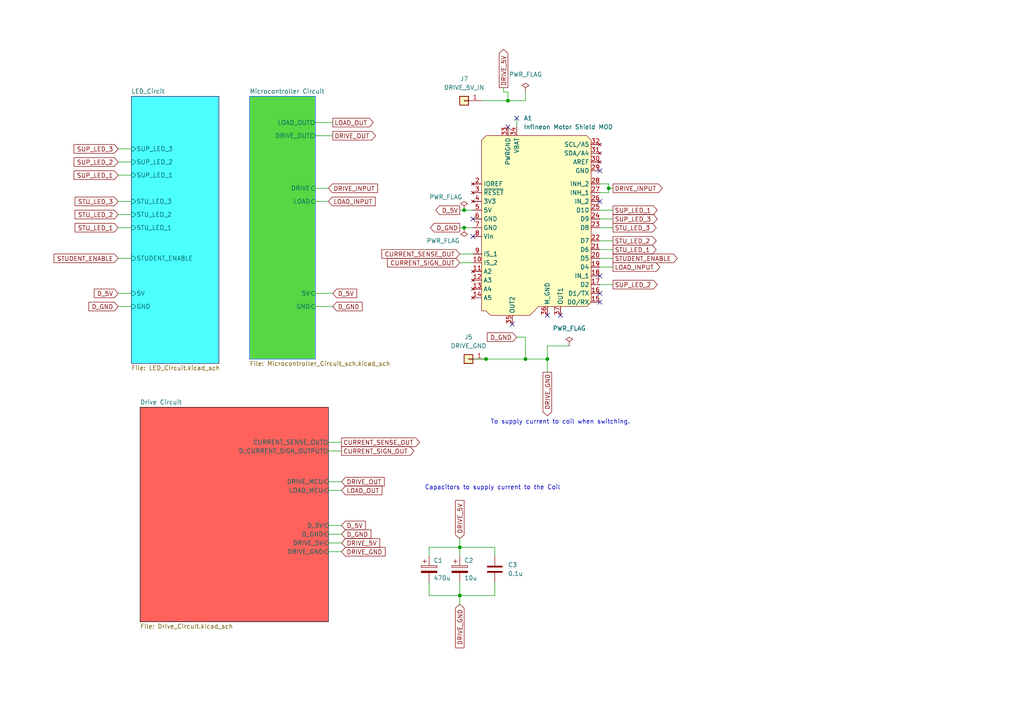
<source format=kicad_sch>
(kicad_sch (version 20211123) (generator eeschema)
  (paper "A4")
  (lib_symbols
    (symbol "000_Modules_Immo:Infineon Motor Shield MOD"
      (property "Reference" "A" (at 20.32 34.29 0))
      (property "Value" "Infineon Motor Shield MOD" (at 20.32 33.02 0))
      (symbol "Infineon Motor Shield MOD_0_1"
        (polyline (pts (xy -17.78 26.67) (xy -17.78 -22.86) (xy -16.51 -22.86) (xy -15.24 -24.13) (xy -3.81 -24.13) (xy -1.27 -21.59) (xy 12.7 -21.59) (xy 13.97 -20.32) (xy 13.97 26.67) (xy 12.7 27.94) (xy -16.51 27.94) (xy -17.78 26.67)) (fill (type background)))
      )
      (symbol "Infineon Motor Shield MOD_1_1"
        (pin no_connect line (at -20.32 16.51 0) (length 2.54) hide (name "NC") (number "1"))
        (pin input line (at -20.32 -8.89 0) (length 2.54) (name "IS_2") (number "10"))
        (pin no_connect line (at -20.32 -11.43 0) (length 2.54) (name "A2") (number "11"))
        (pin no_connect line (at -20.32 -13.97 0) (length 2.54) (name "A3") (number "12"))
        (pin no_connect line (at -20.32 -16.51 0) (length 2.54) (name "A4") (number "13"))
        (pin no_connect line (at -20.32 -19.05 0) (length 2.54) (name "A5") (number "14"))
        (pin bidirectional line (at 16.51 -20.32 180) (length 2.54) (name "D0/RX") (number "15"))
        (pin bidirectional line (at 16.51 -17.78 180) (length 2.54) (name "D1/TX") (number "16"))
        (pin bidirectional line (at 16.51 -15.24 180) (length 2.54) (name "D2") (number "17"))
        (pin bidirectional line (at 16.51 -12.7 180) (length 2.54) (name "IN_1") (number "18"))
        (pin bidirectional line (at 16.51 -10.16 180) (length 2.54) (name "D4") (number "19"))
        (pin no_connect line (at -20.32 13.97 0) (length 2.54) (name "IOREF") (number "2"))
        (pin bidirectional line (at 16.51 -7.62 180) (length 2.54) (name "D5") (number "20"))
        (pin bidirectional line (at 16.51 -5.08 180) (length 2.54) (name "D6") (number "21"))
        (pin bidirectional line (at 16.51 -2.54 180) (length 2.54) (name "D7") (number "22"))
        (pin bidirectional line (at 16.51 1.27 180) (length 2.54) (name "D8") (number "23"))
        (pin bidirectional line (at 16.51 3.81 180) (length 2.54) (name "D9") (number "24"))
        (pin bidirectional line (at 16.51 6.35 180) (length 2.54) (name "D10") (number "25"))
        (pin input line (at 16.51 8.89 180) (length 2.54) (name "IN_2") (number "26"))
        (pin input line (at 16.51 11.43 180) (length 2.54) (name "INH_1") (number "27"))
        (pin input line (at 16.51 13.97 180) (length 2.54) (name "INH_2") (number "28"))
        (pin power_in line (at 16.51 17.78 180) (length 2.54) (name "GND") (number "29"))
        (pin no_connect line (at -20.32 11.43 0) (length 2.54) (name "~{RESET}") (number "3"))
        (pin no_connect line (at 16.51 20.32 180) (length 2.54) (name "AREF") (number "30"))
        (pin no_connect line (at 16.51 22.86 180) (length 2.54) (name "SDA/A4") (number "31"))
        (pin no_connect line (at 16.51 25.4 180) (length 2.54) (name "SCL/A5") (number "32"))
        (pin power_in line (at -10.16 30.48 270) (length 2.54) (name "PWRGND") (number "33"))
        (pin power_in line (at -7.62 30.48 270) (length 2.54) (name "VBAT") (number "34"))
        (pin output line (at -8.89 -26.67 90) (length 2.54) (name "OUT2") (number "35"))
        (pin power_in line (at 1.27 -24.13 90) (length 2.54) (name "M_GND") (number "36"))
        (pin output line (at 5.08 -24.13 90) (length 2.54) (name "OUT1") (number "37"))
        (pin no_connect line (at -20.32 8.89 0) (length 2.54) (name "3V3") (number "4"))
        (pin input line (at -20.32 6.35 0) (length 2.54) (name "5V") (number "5"))
        (pin power_in line (at -20.32 3.81 0) (length 2.54) (name "GND") (number "6"))
        (pin power_in line (at -20.32 1.27 0) (length 2.54) (name "GND") (number "7"))
        (pin input line (at -20.32 -1.27 0) (length 2.54) (name "Vin") (number "8"))
        (pin input line (at -20.32 -6.35 0) (length 2.54) (name "IS_1") (number "9"))
      )
    )
    (symbol "Connector_Generic:Conn_01x01" (pin_names (offset 1.016) hide)
      (property "Reference" "J" (at 0 2.54 0))
      (property "Value" "Conn_01x01" (at 0 -2.54 0))
      (symbol "Conn_01x01_1_1"
        (rectangle (start -1.27 0.127) (end 0 -0.127) (stroke (width 0.1524)))
        (rectangle (start -1.27 1.27) (end 1.27 -1.27) (stroke (width 0.254)) (fill (type background)))
        (pin passive line (at -5.08 0 0) (length 3.81) (name "Pin_1") (number "1"))
      )
    )
    (symbol "Device:C" (pin_numbers hide) (pin_names (offset 0.254))
      (property "Reference" "C" (at 0.635 2.54 0))
      (property "Value" "C" (at 0.635 -2.54 0))
      (symbol "C_0_1"
        (polyline (pts (xy -2.032 -0.762) (xy 2.032 -0.762)) (stroke (width 0.508)))
        (polyline (pts (xy -2.032 0.762) (xy 2.032 0.762)) (stroke (width 0.508)))
      )
      (symbol "C_1_1"
        (pin passive line (at 0 3.81 270) (length 2.794) (name "~") (number "1"))
        (pin passive line (at 0 -3.81 90) (length 2.794) (name "~") (number "2"))
      )
    )
    (symbol "Device:C_Polarized" (pin_numbers hide) (pin_names (offset 0.254))
      (property "Reference" "C" (at 0.635 2.54 0))
      (property "Value" "C_Polarized" (at 0.635 -2.54 0))
      (symbol "C_Polarized_0_1"
        (rectangle (start -2.286 0.508) (end 2.286 1.016))
        (polyline (pts (xy -1.778 2.286) (xy -0.762 2.286)))
        (polyline (pts (xy -1.27 2.794) (xy -1.27 1.778)))
        (rectangle (start 2.286 -0.508) (end -2.286 -1.016) (fill (type outline)))
      )
      (symbol "C_Polarized_1_1"
        (pin passive line (at 0 3.81 270) (length 2.794) (name "~") (number "1"))
        (pin passive line (at 0 -3.81 90) (length 2.794) (name "~") (number "2"))
      )
    )
    (symbol "power:PWR_FLAG" (power) (pin_numbers hide) (pin_names (offset 0) hide)
      (property "Value" "PWR_FLAG" (at 0 3.81 0))
      (symbol "PWR_FLAG_0_0"
        (pin power_out line (at 0 0 90) (length 0) (name "pwr") (number "1"))
      )
      (symbol "PWR_FLAG_0_1"
        (polyline (pts (xy 0 0) (xy 0 1.27) (xy -1.016 1.905) (xy 0 2.54) (xy 1.016 1.905) (xy 0 1.27)))
      )
    )
  )
  (junction (at 176.53 54.61))
  (junction (at 158.75 104.14))
  (junction (at 147.32 29.21))
  (junction (at 134.62 66.04))
  (junction (at 140.97 104.14))
  (junction (at 134.62 60.96))
  (junction (at 133.35 172.72))
  (junction (at 133.35 158.75))
  (junction (at 152.4 104.14))
  (no_connect (at 173.99 58.42))
  (no_connect (at 137.16 63.5))
  (no_connect (at 173.99 49.53))
  (no_connect (at 137.16 68.58))
  (no_connect (at 173.99 85.09))
  (no_connect (at 173.99 87.63))
  (no_connect (at 173.99 80.01))
  (no_connect (at 158.75 91.44))
  (no_connect (at 149.86 34.29))
  (no_connect (at 162.56 91.44))
  (no_connect (at 148.59 93.98))
  (no_connect (at 147.32 36.83))
  (wire (pts (xy 158.75 100.33) (xy 165.1 100.33)))
  (wire (pts (xy 173.99 82.55) (xy 177.8 82.55)))
  (wire (pts (xy 91.44 88.9) (xy 96.52 88.9)))
  (wire (pts (xy 173.99 72.39) (xy 177.8 72.39)))
  (wire (pts (xy 152.4 104.14) (xy 158.75 104.14)))
  (wire (pts (xy 176.53 54.61) (xy 177.8 54.61)))
  (wire (pts (xy 140.97 104.14) (xy 152.4 104.14)))
  (wire (pts (xy 133.35 156.21) (xy 133.35 158.75)))
  (wire (pts (xy 143.51 161.29) (xy 143.51 158.75)))
  (wire (pts (xy 95.25 128.27) (xy 99.06 128.27)))
  (wire (pts (xy 152.4 97.79) (xy 152.4 104.14)))
  (wire (pts (xy 152.4 26.67) (xy 152.4 29.21)))
  (wire (pts (xy 173.99 60.96) (xy 177.8 60.96)))
  (wire (pts (xy 173.99 53.34) (xy 176.53 53.34)))
  (wire (pts (xy 173.99 77.47) (xy 177.8 77.47)))
  (wire (pts (xy 91.44 39.37) (xy 96.52 39.37)))
  (wire (pts (xy 95.25 154.94) (xy 99.06 154.94)))
  (wire (pts (xy 91.44 54.61) (xy 95.25 54.61)))
  (wire (pts (xy 143.51 168.91) (xy 143.51 172.72)))
  (wire (pts (xy 176.53 53.34) (xy 176.53 54.61)))
  (wire (pts (xy 173.99 69.85) (xy 177.8 69.85)))
  (wire (pts (xy 133.35 66.04) (xy 134.62 66.04)))
  (wire (pts (xy 95.25 157.48) (xy 99.06 157.48)))
  (wire (pts (xy 176.53 54.61) (xy 176.53 55.88)))
  (wire (pts (xy 133.35 73.66) (xy 137.16 73.66)))
  (wire (pts (xy 124.46 158.75) (xy 133.35 158.75)))
  (wire (pts (xy 147.32 29.21) (xy 152.4 29.21)))
  (wire (pts (xy 146.05 25.4) (xy 146.05 26.67)))
  (wire (pts (xy 34.29 46.99) (xy 38.1 46.99)))
  (wire (pts (xy 173.99 63.5) (xy 177.8 63.5)))
  (wire (pts (xy 134.62 60.96) (xy 137.16 60.96)))
  (wire (pts (xy 139.7 29.21) (xy 147.32 29.21)))
  (wire (pts (xy 124.46 172.72) (xy 133.35 172.72)))
  (wire (pts (xy 95.25 142.24) (xy 99.06 142.24)))
  (wire (pts (xy 133.35 172.72) (xy 133.35 175.26)))
  (wire (pts (xy 133.35 158.75) (xy 133.35 161.29)))
  (wire (pts (xy 133.35 172.72) (xy 143.51 172.72)))
  (wire (pts (xy 133.35 76.2) (xy 137.16 76.2)))
  (wire (pts (xy 134.62 66.04) (xy 137.16 66.04)))
  (wire (pts (xy 149.86 34.29) (xy 149.86 36.83)))
  (wire (pts (xy 173.99 55.88) (xy 176.53 55.88)))
  (wire (pts (xy 143.51 158.75) (xy 133.35 158.75)))
  (wire (pts (xy 158.75 104.14) (xy 158.75 107.95)))
  (wire (pts (xy 34.29 50.8) (xy 38.1 50.8)))
  (wire (pts (xy 124.46 168.91) (xy 124.46 172.72)))
  (wire (pts (xy 34.29 43.18) (xy 38.1 43.18)))
  (wire (pts (xy 149.86 97.79) (xy 152.4 97.79)))
  (wire (pts (xy 95.25 139.7) (xy 99.06 139.7)))
  (wire (pts (xy 147.32 26.67) (xy 147.32 29.21)))
  (wire (pts (xy 173.99 66.04) (xy 177.8 66.04)))
  (wire (pts (xy 133.35 168.91) (xy 133.35 172.72)))
  (wire (pts (xy 34.29 66.04) (xy 38.1 66.04)))
  (wire (pts (xy 133.35 60.96) (xy 134.62 60.96)))
  (wire (pts (xy 34.29 74.93) (xy 38.1 74.93)))
  (wire (pts (xy 95.25 160.02) (xy 99.06 160.02)))
  (wire (pts (xy 95.25 130.81) (xy 99.06 130.81)))
  (wire (pts (xy 137.16 104.14) (xy 140.97 104.14)))
  (wire (pts (xy 34.29 62.23) (xy 38.1 62.23)))
  (wire (pts (xy 173.99 74.93) (xy 177.8 74.93)))
  (wire (pts (xy 124.46 161.29) (xy 124.46 158.75)))
  (wire (pts (xy 91.44 58.42) (xy 95.25 58.42)))
  (wire (pts (xy 34.29 58.42) (xy 38.1 58.42)))
  (wire (pts (xy 146.05 26.67) (xy 147.32 26.67)))
  (wire (pts (xy 91.44 35.56) (xy 96.52 35.56)))
  (wire (pts (xy 95.25 152.4) (xy 99.06 152.4)))
  (wire (pts (xy 91.44 85.09) (xy 96.52 85.09)))
  (wire (pts (xy 34.29 88.9) (xy 38.1 88.9)))
  (wire (pts (xy 158.75 100.33) (xy 158.75 104.14)))
  (wire (pts (xy 34.29 85.09) (xy 38.1 85.09)))
  (text "Capacitors to supply current to the Coil" (at 162.56 142.24 180) (effects (font (size 1.27 1.27)) (justify right bottom)))
  (text "To supply current to coil when switching." (at 142.24 123.19 0) (effects (font (size 1.27 1.27)) (justify left bottom)))
  (global_label "LOAD_OUT" (shape output) (at 96.52 35.56 0) (property "Intersheet References" "${INTERSHEET_REFS}" (effects hide)))
  (global_label "DRIVE_GND" (shape output) (at 158.75 107.95 270) (property "Intersheet References" "${INTERSHEET_REFS}" (effects hide)))
  (global_label "D_GND" (shape input) (at 149.86 97.79 180) (property "Intersheet References" "${INTERSHEET_REFS}" (effects hide)))
  (global_label "STU_LED_2" (shape output) (at 177.8 69.85 0) (property "Intersheet References" "${INTERSHEET_REFS}" (effects hide)))
  (global_label "CURRENT_SIGN_OUT" (shape output) (at 99.06 130.81 0) (property "Intersheet References" "${INTERSHEET_REFS}" (effects hide)))
  (global_label "CURRENT_SIGN_OUT" (shape input) (at 133.35 76.2 180) (property "Intersheet References" "${INTERSHEET_REFS}" (effects hide)))
  (global_label "DRIVE_5V" (shape output) (at 146.05 25.4 90) (property "Intersheet References" "${INTERSHEET_REFS}" (effects hide)))
  (global_label "D_GND" (shape input) (at 99.06 154.94 0) (property "Intersheet References" "${INTERSHEET_REFS}" (effects hide)))
  (global_label "LOAD_INPUT" (shape input) (at 95.25 58.42 0) (property "Intersheet References" "${INTERSHEET_REFS}" (effects hide)))
  (global_label "DRIVE_5V" (shape input) (at 99.06 157.48 0) (property "Intersheet References" "${INTERSHEET_REFS}" (effects hide)))
  (global_label "DRIVE_OUT" (shape input) (at 99.06 139.7 0) (property "Intersheet References" "${INTERSHEET_REFS}" (effects hide)))
  (global_label "SUP_LED_1" (shape output) (at 177.8 60.96 0) (property "Intersheet References" "${INTERSHEET_REFS}" (effects hide)))
  (global_label "CURRENT_SENSE_OUT" (shape output) (at 99.06 128.27 0) (property "Intersheet References" "${INTERSHEET_REFS}" (effects hide)))
  (global_label "D_5V" (shape input) (at 96.52 85.09 0) (property "Intersheet References" "${INTERSHEET_REFS}" (effects hide)))
  (global_label "STU_LED_3" (shape output) (at 177.8 66.04 0) (property "Intersheet References" "${INTERSHEET_REFS}" (effects hide)))
  (global_label "D_GND" (shape input) (at 96.52 88.9 0) (property "Intersheet References" "${INTERSHEET_REFS}" (effects hide)))
  (global_label "DRIVE_INPUT" (shape output) (at 177.8 54.61 0) (property "Intersheet References" "${INTERSHEET_REFS}" (effects hide)))
  (global_label "D_GND" (shape input) (at 34.29 88.9 180) (property "Intersheet References" "${INTERSHEET_REFS}" (effects hide)))
  (global_label "SUP_LED_3" (shape input) (at 34.29 43.18 180) (property "Intersheet References" "${INTERSHEET_REFS}" (effects hide)))
  (global_label "CURRENT_SENSE_OUT" (shape input) (at 133.35 73.66 180) (property "Intersheet References" "${INTERSHEET_REFS}" (effects hide)))
  (global_label "D_GND" (shape output) (at 133.35 66.04 180) (property "Intersheet References" "${INTERSHEET_REFS}" (effects hide)))
  (global_label "LOAD_INPUT" (shape output) (at 177.8 77.47 0) (property "Intersheet References" "${INTERSHEET_REFS}" (effects hide)))
  (global_label "SUP_LED_2" (shape output) (at 177.8 82.55 0) (property "Intersheet References" "${INTERSHEET_REFS}" (effects hide)))
  (global_label "D_5V" (shape output) (at 133.35 60.96 180) (property "Intersheet References" "${INTERSHEET_REFS}" (effects hide)))
  (global_label "SUP_LED_3" (shape output) (at 177.8 63.5 0) (property "Intersheet References" "${INTERSHEET_REFS}" (effects hide)))
  (global_label "DRIVE_OUT" (shape output) (at 96.52 39.37 0) (property "Intersheet References" "${INTERSHEET_REFS}" (effects hide)))
  (global_label "DRIVE_GND" (shape input) (at 99.06 160.02 0) (property "Intersheet References" "${INTERSHEET_REFS}" (effects hide)))
  (global_label "STUDENT_ENABLE" (shape input) (at 34.29 74.93 180) (property "Intersheet References" "${INTERSHEET_REFS}" (effects hide)))
  (global_label "SUP_LED_2" (shape input) (at 34.29 46.99 180) (property "Intersheet References" "${INTERSHEET_REFS}" (effects hide)))
  (global_label "STU_LED_2" (shape input) (at 34.29 62.23 180) (property "Intersheet References" "${INTERSHEET_REFS}" (effects hide)))
  (global_label "STUDENT_ENABLE" (shape output) (at 177.8 74.93 0) (property "Intersheet References" "${INTERSHEET_REFS}" (effects hide)))
  (global_label "D_5V" (shape input) (at 99.06 152.4 0) (property "Intersheet References" "${INTERSHEET_REFS}" (effects hide)))
  (global_label "STU_LED_1" (shape output) (at 177.8 72.39 0) (property "Intersheet References" "${INTERSHEET_REFS}" (effects hide)))
  (global_label "STU_LED_3" (shape input) (at 34.29 58.42 180) (property "Intersheet References" "${INTERSHEET_REFS}" (effects hide)))
  (global_label "STU_LED_1" (shape input) (at 34.29 66.04 180) (property "Intersheet References" "${INTERSHEET_REFS}" (effects hide)))
  (global_label "LOAD_OUT" (shape input) (at 99.06 142.24 0) (property "Intersheet References" "${INTERSHEET_REFS}" (effects hide)))
  (global_label "DRIVE_GND" (shape input) (at 133.35 175.26 270) (property "Intersheet References" "${INTERSHEET_REFS}" (effects hide)))
  (global_label "D_5V" (shape input) (at 34.29 85.09 180) (property "Intersheet References" "${INTERSHEET_REFS}" (effects hide)))
  (global_label "SUP_LED_1" (shape input) (at 34.29 50.8 180) (property "Intersheet References" "${INTERSHEET_REFS}" (effects hide)))
  (global_label "DRIVE_5V" (shape input) (at 133.35 156.21 90) (property "Intersheet References" "${INTERSHEET_REFS}" (effects hide)))
  (global_label "DRIVE_INPUT" (shape input) (at 95.25 54.61 0) (property "Intersheet References" "${INTERSHEET_REFS}" (effects hide)))
  (symbol (lib_id "Connector_Generic:Conn_01x01") (at 135.89 104.14 0) (mirror y) (unit 1)
    (property "Reference" "J5" (at 135.89 97.79 0))
    (property "Value" "DRIVE_GND" (at 135.89 100.33 0))
    (property "Footprint" "Connector_Pin:Pin_D1.3mm_L11.0mm" (effects hide))
  )
  (symbol (lib_id "Connector_Generic:Conn_01x01") (at 134.62 29.21 0) (mirror y) (unit 1)
    (property "Reference" "J7" (at 134.62 22.86 0))
    (property "Value" "DRIVE_5V_IN" (at 134.62 25.4 0))
    (property "Footprint" "Connector_Pin:Pin_D1.3mm_L11.0mm" (effects hide))
  )
  (symbol (lib_id "Device:C_Polarized") (at 133.35 165.1 0) (unit 1)
    (property "Reference" "C2" (at 134.62 162.56 0) (effects (justify left)))
    (property "Value" "10u" (at 134.62 167.64 0) (effects (justify left)))
    (property "Footprint" "Capacitor_SMD:CP_Elec_3x5.3" (effects hide))
  )
  (symbol (lib_id "power:PWR_FLAG") (at 165.1 100.33 0) (unit 1)
    (property "Reference" "#FLG0102" (effects hide))
    (property "Value" "PWR_FLAG" (at 165.1 95.25 0))
  )
  (symbol (lib_id "power:PWR_FLAG") (at 152.4 26.67 0) (unit 1)
    (property "Reference" "#FLG0101" (effects hide))
    (property "Value" "PWR_FLAG" (at 152.4 21.59 0))
  )
  (symbol (lib_id "Device:C_Polarized") (at 124.46 165.1 0) (unit 1)
    (property "Reference" "C1" (at 125.73 162.56 0) (effects (justify left)))
    (property "Value" "470u" (at 125.73 167.64 0) (effects (justify left)))
    (property "Footprint" "Capacitor_SMD:C_Elec_8x10.2" (effects hide))
  )
  (symbol (lib_id "Device:C") (at 143.51 165.1 0) (unit 1)
    (property "Reference" "C3" (at 147.32 163.8299 0) (effects (justify left)))
    (property "Value" "0.1u" (at 147.32 166.3699 0) (effects (justify left)))
    (property "Footprint" "Capacitor_SMD:C_0805_2012Metric_Pad1.18x1.45mm_HandSolder" (effects hide))
  )
  (symbol (lib_id "000_Modules_Immo:Infineon Motor Shield MOD") (at 157.48 67.31 0) (unit 1)
    (property "Reference" "A1" (at 151.8794 34.29 0) (effects (justify left)))
    (property "Value" "Infineon Motor Shield MOD" (at 151.8794 36.83 0) (effects (justify left)))
    (property "Footprint" "Audio_Module:Infineon Motor Sheild hiddenPins" (effects hide))
    (property "Datasheet" "https://docs.rs-online.com/91cb/0900766b81490d99.pdf" (effects hide))
  )
  (symbol (lib_id "power:PWR_FLAG") (at 134.62 60.96 0) (mirror y) (unit 1)
    (property "Reference" "#FLG0104" (effects hide))
    (property "Value" "PWR_FLAG" (at 124.46 57.15 0) (effects (justify right)))
  )
  (symbol (lib_id "power:PWR_FLAG") (at 134.62 66.04 0) (mirror x) (unit 1)
    (property "Reference" "#FLG0103" (effects hide))
    (property "Value" "PWR_FLAG" (at 133.35 69.85 0) (effects (justify right)))
  )
  (sheet (at 38.1 27.94) (size 25.4 77.47) (stroke (width 0.1524) (color 36 6 99 1)) (fill (color 76 255 255 1.0000))
    (property "Sheet name" "LED_Circit" (at 38.1 27.2284 0) (effects (justify left bottom)))
    (property "Sheet file" "LED_Circuit.kicad_sch" (at 38.1 105.9946 0) (effects (justify left top)))
    (pin "GND" input (at 38.1 88.9 180))
    (pin "5V" input (at 38.1 85.09 180))
    (pin "STUDENT_ENABLE" input (at 38.1 74.93 180))
    (pin "STU_LED_1" input (at 38.1 66.04 180))
    (pin "STU_LED_2" input (at 38.1 62.23 180))
    (pin "SUP_LED_1" input (at 38.1 50.8 180))
    (pin "SUP_LED_2" input (at 38.1 46.99 180))
    (pin "SUP_LED_3" input (at 38.1 43.18 180))
    (pin "STU_LED_3" input (at 38.1 58.42 180))
  )
  (sheet (at 40.64 118.11) (size 54.61 62.23) (stroke (width 0.1524) (color 4 0 8 1)) (fill (color 255 97 92 1.0000))
    (property "Sheet name" "Drive Circuit" (at 40.64 117.3984 0) (effects (justify left bottom)))
    (property "Sheet file" "Drive_Circuit.kicad_sch" (at 40.64 180.9246 0) (effects (justify left top)))
    (pin "CURRENT_SENSE_OUT" output (at 95.25 128.27 0))
    (pin "DRIVE_GND" input (at 95.25 160.02 0))
    (pin "DRIVE_5V" input (at 95.25 157.48 0))
    (pin "DRIVE_MCU" input (at 95.25 139.7 0))
    (pin "LOAD_MCU" input (at 95.25 142.24 0))
    (pin "D_GND" input (at 95.25 154.94 0))
    (pin "D_CURRENT_SIGN_OUTPUT" output (at 95.25 130.81 0))
    (pin "D_5V" input (at 95.25 152.4 0))
  )
  (sheet (at 72.39 27.94) (size 19.05 76.2) (stroke (width 0.1524) (color 0 70 255 1)) (fill (color 87 215 67 1.0000))
    (property "Sheet name" "Microcontroller Circuit" (at 72.39 27.2284 0) (effects (justify left bottom)))
    (property "Sheet file" "Microcontroller_Circuit_sch.kicad_sch" (at 72.39 104.7246 0) (effects (justify left top)))
    (pin "5V" input (at 91.44 85.09 0))
    (pin "GND" input (at 91.44 88.9 0))
    (pin "LOAD" input (at 91.44 58.42 0))
    (pin "LOAD_OUT" output (at 91.44 35.56 0))
    (pin "DRIVE_OUT" output (at 91.44 39.37 0))
    (pin "DRIVE" input (at 91.44 54.61 0))
  )
)
</source>
